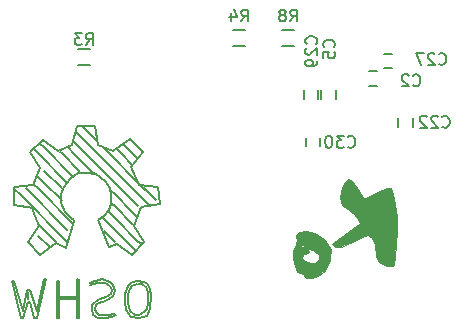
<source format=gbr>
G04 #@! TF.FileFunction,Legend,Bot*
%FSLAX46Y46*%
G04 Gerber Fmt 4.6, Leading zero omitted, Abs format (unit mm)*
G04 Created by KiCad (PCBNEW 4.0.4-stable) date 05/18/17 09:07:34*
%MOMM*%
%LPD*%
G01*
G04 APERTURE LIST*
%ADD10C,0.100000*%
%ADD11C,0.150000*%
%ADD12C,0.010000*%
G04 APERTURE END LIST*
D10*
D11*
X75099620Y-53000480D02*
X81000040Y-58900900D01*
X80700320Y-57600420D02*
X80199940Y-57100040D01*
X76100380Y-56000220D02*
X76400100Y-56299940D01*
X78099360Y-58999960D02*
X77901240Y-58799300D01*
X79100120Y-54001240D02*
X78899460Y-53800580D01*
X79600500Y-54499080D02*
X79999280Y-54900400D01*
X78599740Y-54499080D02*
X78300020Y-54199360D01*
X77598980Y-54499080D02*
X77101140Y-54001240D01*
X75600000Y-52500100D02*
X75399340Y-52299440D01*
X75099620Y-53000480D02*
X74799900Y-52700760D01*
X75099620Y-54001240D02*
X74599240Y-53500860D01*
X73601020Y-54499080D02*
X73499420Y-54400020D01*
X74599240Y-54499080D02*
X74200460Y-54100300D01*
X72099880Y-54001240D02*
X71800160Y-53698980D01*
X71599500Y-54499080D02*
X71299780Y-54199360D01*
X79600500Y-59500340D02*
X79900220Y-59800060D01*
X78099360Y-57999200D02*
X77799640Y-57699480D01*
X80199940Y-61999700D02*
X80400600Y-62200360D01*
X78099360Y-60000720D02*
X77598980Y-59500340D01*
X79600500Y-62500080D02*
X79801160Y-62700740D01*
X77598980Y-60501100D02*
X77101140Y-60000720D01*
X77598980Y-61499320D02*
X77200200Y-61100540D01*
X72099880Y-57000980D02*
X71599500Y-56500600D01*
X71599500Y-57498820D02*
X71299780Y-57199100D01*
X72099880Y-60998940D02*
X71701100Y-60600160D01*
X70100900Y-57999200D02*
X69699580Y-57600420D01*
X71599500Y-61499320D02*
X72600260Y-62500080D01*
X72099880Y-60998940D02*
X73100640Y-61999700D01*
X70100900Y-57999200D02*
X74098860Y-61999700D01*
X70598740Y-57498820D02*
X74098860Y-60998940D01*
X71599500Y-57498820D02*
X74599240Y-60501100D01*
X77598980Y-61499320D02*
X78099360Y-61999700D01*
X77598980Y-60501100D02*
X79600500Y-62500080D01*
X78099360Y-60000720D02*
X80100880Y-61999700D01*
X78099360Y-58999960D02*
X79600500Y-60501100D01*
X78099360Y-57999200D02*
X79600500Y-59500340D01*
X75600000Y-52500100D02*
X76600760Y-53500860D01*
X79100120Y-54001240D02*
X79600500Y-54499080D01*
X78599740Y-54499080D02*
X79600500Y-55499840D01*
X80601260Y-57498820D02*
X81599480Y-58499580D01*
X77598980Y-54499080D02*
X80100880Y-57000980D01*
X75099620Y-54001240D02*
X80100880Y-58999960D01*
X72099880Y-57000980D02*
X73601020Y-58499580D01*
X72099880Y-56000220D02*
X73601020Y-57498820D01*
X74599240Y-54499080D02*
X76100380Y-56000220D01*
X71599500Y-54499080D02*
X74098860Y-57000980D01*
X72099880Y-54001240D02*
X74599240Y-56500600D01*
X73601020Y-54499080D02*
X75099620Y-56000220D01*
X70799400Y-66299920D02*
X70799400Y-66899360D01*
X72300540Y-65200100D02*
X71500440Y-68499560D01*
X71500440Y-68499560D02*
X71299780Y-68499560D01*
X71299780Y-68499560D02*
X70901000Y-67100020D01*
X70901000Y-67100020D02*
X70799400Y-67100020D01*
X70799400Y-67100020D02*
X70299020Y-68499560D01*
X70299020Y-68499560D02*
X70199960Y-68499560D01*
X70199960Y-68499560D02*
X69399860Y-65299160D01*
X69399860Y-65299160D02*
X69600520Y-65299160D01*
X69600520Y-65299160D02*
X70299020Y-67900120D01*
X70299020Y-67900120D02*
X70700340Y-66099260D01*
X70700340Y-66099260D02*
X70901000Y-66099260D01*
X70901000Y-66099260D02*
X71500440Y-67900120D01*
X71500440Y-67900120D02*
X72099880Y-65200100D01*
X72099880Y-65200100D02*
X72300540Y-65200100D01*
X75000560Y-66701240D02*
X73499420Y-66701240D01*
X73499420Y-66701240D02*
X73499420Y-66899360D01*
X73499420Y-66899360D02*
X74898960Y-66899360D01*
X73400360Y-65299160D02*
X73400360Y-68499560D01*
X73400360Y-68499560D02*
X73199700Y-68499560D01*
X73199700Y-68499560D02*
X73199700Y-65299160D01*
X73199700Y-65299160D02*
X73400360Y-65299160D01*
X74898960Y-65200100D02*
X75000560Y-65200100D01*
X75099620Y-65200100D02*
X75099620Y-68499560D01*
X75099620Y-68499560D02*
X74898960Y-68499560D01*
X74898960Y-68499560D02*
X74898960Y-65200100D01*
X75998780Y-65499820D02*
X76100380Y-65400760D01*
X76100380Y-65400760D02*
X76499160Y-65299160D01*
X76499160Y-65299160D02*
X76999540Y-65200100D01*
X76999540Y-65200100D02*
X77700580Y-65400760D01*
X77700580Y-65400760D02*
X78000300Y-65700480D01*
X78000300Y-65700480D02*
X78099360Y-66200860D01*
X78099360Y-66200860D02*
X78000300Y-66599640D01*
X78000300Y-66599640D02*
X77598980Y-66899360D01*
X77598980Y-66899360D02*
X77101140Y-67100020D01*
X77101140Y-67100020D02*
X76699820Y-67199080D01*
X76699820Y-67199080D02*
X76499160Y-67399740D01*
X76499160Y-67399740D02*
X76400100Y-67699460D01*
X76400100Y-67699460D02*
X76499160Y-67999180D01*
X76499160Y-67999180D02*
X76798880Y-68199840D01*
X76798880Y-68199840D02*
X77200200Y-68199840D01*
X77200200Y-68199840D02*
X77700580Y-68199840D01*
X77700580Y-68199840D02*
X78000300Y-68100780D01*
X78000300Y-68100780D02*
X78200960Y-68199840D01*
X78200960Y-68199840D02*
X77901240Y-68400500D01*
X77901240Y-68400500D02*
X77299260Y-68499560D01*
X77299260Y-68499560D02*
X76699820Y-68499560D01*
X76699820Y-68499560D02*
X76301040Y-68199840D01*
X76301040Y-68199840D02*
X76199440Y-67699460D01*
X76199440Y-67699460D02*
X76199440Y-67399740D01*
X76199440Y-67399740D02*
X76400100Y-67100020D01*
X76400100Y-67100020D02*
X76900480Y-66899360D01*
X76900480Y-66899360D02*
X77400860Y-66701240D01*
X77400860Y-66701240D02*
X77799640Y-66398980D01*
X77799640Y-66398980D02*
X77901240Y-66099260D01*
X77901240Y-66099260D02*
X77700580Y-65799540D01*
X77700580Y-65799540D02*
X77299260Y-65499820D01*
X77299260Y-65499820D02*
X76699820Y-65499820D01*
X76699820Y-65499820D02*
X76301040Y-65598880D01*
X76301040Y-65598880D02*
X75998780Y-65700480D01*
X80100880Y-65598880D02*
X80400600Y-65598880D01*
X80400600Y-65598880D02*
X80799380Y-65901140D01*
X80799380Y-65901140D02*
X80900980Y-66398980D01*
X80900980Y-66398980D02*
X80900980Y-67199080D01*
X80900980Y-67199080D02*
X80799380Y-67699460D01*
X80799380Y-67699460D02*
X80601260Y-67999180D01*
X80601260Y-67999180D02*
X80199940Y-68199840D01*
X80199940Y-68199840D02*
X79801160Y-68199840D01*
X79801160Y-68199840D02*
X79399840Y-67900120D01*
X79399840Y-67900120D02*
X79199180Y-67199080D01*
X79199180Y-67199080D02*
X79199180Y-66398980D01*
X79199180Y-66398980D02*
X79399840Y-66000200D01*
X79399840Y-66000200D02*
X79600500Y-65799540D01*
X79600500Y-65799540D02*
X79999280Y-65598880D01*
X80100880Y-65299160D02*
X80499660Y-65400760D01*
X80499660Y-65400760D02*
X80799380Y-65499820D01*
X80799380Y-65499820D02*
X81099100Y-66000200D01*
X81099100Y-66000200D02*
X81200700Y-66599640D01*
X81200700Y-66599640D02*
X81099100Y-67699460D01*
X81099100Y-67699460D02*
X80799380Y-68298900D01*
X80799380Y-68298900D02*
X80199940Y-68499560D01*
X80199940Y-68499560D02*
X79498900Y-68400500D01*
X79498900Y-68400500D02*
X79100120Y-67801060D01*
X79100120Y-67801060D02*
X79001060Y-67100020D01*
X79001060Y-67100020D02*
X79001060Y-66398980D01*
X79001060Y-66398980D02*
X79199180Y-65799540D01*
X79199180Y-65799540D02*
X79600500Y-65400760D01*
X79600500Y-65400760D02*
X80100880Y-65299160D01*
X76699820Y-60201380D02*
X77200200Y-59800060D01*
X77200200Y-59800060D02*
X77598980Y-59299680D01*
X77598980Y-59299680D02*
X77799640Y-58799300D01*
X77799640Y-58799300D02*
X77799640Y-58100800D01*
X77799640Y-58100800D02*
X77698040Y-57501360D01*
X77698040Y-57501360D02*
X77299260Y-56899380D01*
X77299260Y-56899380D02*
X76499160Y-56299940D01*
X76499160Y-56299940D02*
X75699060Y-56200880D01*
X75699060Y-56200880D02*
X74998020Y-56200880D01*
X74998020Y-56200880D02*
X74299520Y-56701260D01*
X74299520Y-56701260D02*
X73799140Y-57399760D01*
X73799140Y-57399760D02*
X73598480Y-57999200D01*
X73598480Y-57999200D02*
X73598480Y-58700240D01*
X73598480Y-58700240D02*
X73898200Y-59500340D01*
X73898200Y-59500340D02*
X74398580Y-60000720D01*
X74398580Y-60000720D02*
X74698300Y-60201380D01*
X74698300Y-60300440D02*
X73949000Y-62550880D01*
X73949000Y-62550880D02*
X73098100Y-62101300D01*
X73098100Y-62101300D02*
X71800160Y-63099520D01*
X71800160Y-63099520D02*
X70799400Y-61999700D01*
X70799400Y-61999700D02*
X71698560Y-60699220D01*
X71698560Y-60699220D02*
X71198180Y-59401280D01*
X71198180Y-59401280D02*
X71198180Y-59200620D01*
X71198180Y-59200620D02*
X69597980Y-58900900D01*
X69597980Y-58900900D02*
X69597980Y-57399760D01*
X69597980Y-57399760D02*
X71198180Y-57201640D01*
X71198180Y-57201640D02*
X71800160Y-55799560D01*
X71800160Y-55799560D02*
X70898460Y-54400020D01*
X70898460Y-54400020D02*
X71998280Y-53399260D01*
X71998280Y-53399260D02*
X73298760Y-54300960D01*
X73298760Y-54300960D02*
X74500180Y-53800580D01*
X74500180Y-53800580D02*
X74898960Y-52200380D01*
X74898960Y-52200380D02*
X76400100Y-52200380D01*
X76400100Y-52200380D02*
X76699820Y-53800580D01*
X76699820Y-53800580D02*
X78000300Y-54300960D01*
X78000300Y-54300960D02*
X79399840Y-53300200D01*
X79399840Y-53300200D02*
X80499660Y-54400020D01*
X80499660Y-54400020D02*
X79498900Y-55700500D01*
X79498900Y-55700500D02*
X80199940Y-57201640D01*
X80199940Y-57201640D02*
X81800140Y-57399760D01*
X81800140Y-57399760D02*
X81899200Y-58799300D01*
X81899200Y-58799300D02*
X80299000Y-59101560D01*
X80299000Y-59101560D02*
X79699560Y-60699220D01*
X79699560Y-60699220D02*
X80598720Y-61999700D01*
X80598720Y-61999700D02*
X79597960Y-63099520D01*
X79597960Y-63099520D02*
X78300020Y-62200360D01*
X78300020Y-62200360D02*
X77598980Y-62500080D01*
X77598980Y-62500080D02*
X76699820Y-60201380D01*
X100300000Y-47600000D02*
X99600000Y-47600000D01*
X99600000Y-48800000D02*
X100300000Y-48800000D01*
X95600000Y-49200000D02*
X95600000Y-49900000D01*
X96800000Y-49900000D02*
X96800000Y-49200000D01*
X103330000Y-52260000D02*
X103330000Y-51560000D01*
X102130000Y-51560000D02*
X102130000Y-52260000D01*
X101600000Y-46100000D02*
X100900000Y-46100000D01*
X100900000Y-47300000D02*
X101600000Y-47300000D01*
X94100000Y-49200000D02*
X94100000Y-49900000D01*
X95300000Y-49900000D02*
X95300000Y-49200000D01*
X95500000Y-53900000D02*
X95500000Y-53200000D01*
X94300000Y-53200000D02*
X94300000Y-53900000D01*
X76000000Y-45725000D02*
X75000000Y-45725000D01*
X75000000Y-47075000D02*
X76000000Y-47075000D01*
X88150000Y-45475000D02*
X89150000Y-45475000D01*
X89150000Y-44125000D02*
X88150000Y-44125000D01*
X92300000Y-45475000D02*
X93300000Y-45475000D01*
X93300000Y-44125000D02*
X92300000Y-44125000D01*
D12*
G36*
X93697663Y-61155046D02*
X93450335Y-61513436D01*
X93510643Y-61882322D01*
X93494354Y-62333207D01*
X93368812Y-62475345D01*
X93196907Y-62838247D01*
X93199781Y-63447410D01*
X93338871Y-64088112D01*
X93575613Y-64545629D01*
X93758141Y-64643158D01*
X94091153Y-64780230D01*
X94124211Y-64877106D01*
X94324996Y-65102255D01*
X94797330Y-65104720D01*
X95346184Y-64923056D01*
X95776530Y-64595822D01*
X95814717Y-64542895D01*
X96300980Y-63559577D01*
X95443782Y-63559577D01*
X95099652Y-63787214D01*
X94746409Y-63791970D01*
X94178165Y-63617567D01*
X93922023Y-63373158D01*
X94036815Y-63089326D01*
X94251394Y-63038948D01*
X94541104Y-62906583D01*
X94508778Y-62744904D01*
X94504872Y-62592154D01*
X94894051Y-62754311D01*
X95381918Y-63168399D01*
X95443782Y-63559577D01*
X96300980Y-63559577D01*
X96344828Y-63470908D01*
X96384330Y-62593354D01*
X96242134Y-62370527D01*
X94124211Y-62370527D01*
X93990527Y-62504211D01*
X93856842Y-62370527D01*
X93990527Y-62236842D01*
X94124211Y-62370527D01*
X96242134Y-62370527D01*
X95924328Y-61872515D01*
X95053765Y-61316014D01*
X94265789Y-61076889D01*
X93697663Y-61155046D01*
X93697663Y-61155046D01*
G37*
X93697663Y-61155046D02*
X93450335Y-61513436D01*
X93510643Y-61882322D01*
X93494354Y-62333207D01*
X93368812Y-62475345D01*
X93196907Y-62838247D01*
X93199781Y-63447410D01*
X93338871Y-64088112D01*
X93575613Y-64545629D01*
X93758141Y-64643158D01*
X94091153Y-64780230D01*
X94124211Y-64877106D01*
X94324996Y-65102255D01*
X94797330Y-65104720D01*
X95346184Y-64923056D01*
X95776530Y-64595822D01*
X95814717Y-64542895D01*
X96300980Y-63559577D01*
X95443782Y-63559577D01*
X95099652Y-63787214D01*
X94746409Y-63791970D01*
X94178165Y-63617567D01*
X93922023Y-63373158D01*
X94036815Y-63089326D01*
X94251394Y-63038948D01*
X94541104Y-62906583D01*
X94508778Y-62744904D01*
X94504872Y-62592154D01*
X94894051Y-62754311D01*
X95381918Y-63168399D01*
X95443782Y-63559577D01*
X96300980Y-63559577D01*
X96344828Y-63470908D01*
X96384330Y-62593354D01*
X96242134Y-62370527D01*
X94124211Y-62370527D01*
X93990527Y-62504211D01*
X93856842Y-62370527D01*
X93990527Y-62236842D01*
X94124211Y-62370527D01*
X96242134Y-62370527D01*
X95924328Y-61872515D01*
X95053765Y-61316014D01*
X94265789Y-61076889D01*
X93697663Y-61155046D01*
G36*
X97598121Y-56976425D02*
X97372171Y-57431708D01*
X97141377Y-58294606D01*
X97361283Y-58913577D01*
X97970889Y-59330695D01*
X98391348Y-59642972D01*
X98719085Y-60073396D01*
X98860853Y-60457959D01*
X98723407Y-60632656D01*
X98711285Y-60632958D01*
X98413499Y-60791880D01*
X97896817Y-61185104D01*
X97758940Y-61301379D01*
X97201934Y-61733922D01*
X96805356Y-61959954D01*
X96756309Y-61969474D01*
X96536841Y-62174125D01*
X96530527Y-62236842D01*
X96734861Y-62476386D01*
X97267121Y-62443520D01*
X98006194Y-62156188D01*
X98341726Y-61968474D01*
X99005094Y-61618607D01*
X99517976Y-61440474D01*
X99580542Y-61434737D01*
X99927844Y-61678768D01*
X100175002Y-62321877D01*
X100270034Y-63208290D01*
X100513656Y-63718037D01*
X101145694Y-64039717D01*
X101638975Y-64104770D01*
X101740413Y-63862761D01*
X101851861Y-63224077D01*
X101949554Y-62325713D01*
X101951401Y-62303684D01*
X101998678Y-61132022D01*
X101965042Y-59924001D01*
X101863634Y-58821651D01*
X101707601Y-57967003D01*
X101510086Y-57502085D01*
X101506715Y-57498644D01*
X101173224Y-57493856D01*
X100566079Y-57715875D01*
X100265181Y-57868108D01*
X99224320Y-58438244D01*
X98688545Y-57530175D01*
X98236510Y-56860569D01*
X97902221Y-56678169D01*
X97598121Y-56976425D01*
X97598121Y-56976425D01*
G37*
X97598121Y-56976425D02*
X97372171Y-57431708D01*
X97141377Y-58294606D01*
X97361283Y-58913577D01*
X97970889Y-59330695D01*
X98391348Y-59642972D01*
X98719085Y-60073396D01*
X98860853Y-60457959D01*
X98723407Y-60632656D01*
X98711285Y-60632958D01*
X98413499Y-60791880D01*
X97896817Y-61185104D01*
X97758940Y-61301379D01*
X97201934Y-61733922D01*
X96805356Y-61959954D01*
X96756309Y-61969474D01*
X96536841Y-62174125D01*
X96530527Y-62236842D01*
X96734861Y-62476386D01*
X97267121Y-62443520D01*
X98006194Y-62156188D01*
X98341726Y-61968474D01*
X99005094Y-61618607D01*
X99517976Y-61440474D01*
X99580542Y-61434737D01*
X99927844Y-61678768D01*
X100175002Y-62321877D01*
X100270034Y-63208290D01*
X100513656Y-63718037D01*
X101145694Y-64039717D01*
X101638975Y-64104770D01*
X101740413Y-63862761D01*
X101851861Y-63224077D01*
X101949554Y-62325713D01*
X101951401Y-62303684D01*
X101998678Y-61132022D01*
X101965042Y-59924001D01*
X101863634Y-58821651D01*
X101707601Y-57967003D01*
X101510086Y-57502085D01*
X101506715Y-57498644D01*
X101173224Y-57493856D01*
X100566079Y-57715875D01*
X100265181Y-57868108D01*
X99224320Y-58438244D01*
X98688545Y-57530175D01*
X98236510Y-56860569D01*
X97902221Y-56678169D01*
X97598121Y-56976425D01*
D11*
X103366666Y-48757143D02*
X103414285Y-48804762D01*
X103557142Y-48852381D01*
X103652380Y-48852381D01*
X103795238Y-48804762D01*
X103890476Y-48709524D01*
X103938095Y-48614286D01*
X103985714Y-48423810D01*
X103985714Y-48280952D01*
X103938095Y-48090476D01*
X103890476Y-47995238D01*
X103795238Y-47900000D01*
X103652380Y-47852381D01*
X103557142Y-47852381D01*
X103414285Y-47900000D01*
X103366666Y-47947619D01*
X102985714Y-47947619D02*
X102938095Y-47900000D01*
X102842857Y-47852381D01*
X102604761Y-47852381D01*
X102509523Y-47900000D01*
X102461904Y-47947619D01*
X102414285Y-48042857D01*
X102414285Y-48138095D01*
X102461904Y-48280952D01*
X103033333Y-48852381D01*
X102414285Y-48852381D01*
X96657143Y-45533334D02*
X96704762Y-45485715D01*
X96752381Y-45342858D01*
X96752381Y-45247620D01*
X96704762Y-45104762D01*
X96609524Y-45009524D01*
X96514286Y-44961905D01*
X96323810Y-44914286D01*
X96180952Y-44914286D01*
X95990476Y-44961905D01*
X95895238Y-45009524D01*
X95800000Y-45104762D01*
X95752381Y-45247620D01*
X95752381Y-45342858D01*
X95800000Y-45485715D01*
X95847619Y-45533334D01*
X95752381Y-46438096D02*
X95752381Y-45961905D01*
X96228571Y-45914286D01*
X96180952Y-45961905D01*
X96133333Y-46057143D01*
X96133333Y-46295239D01*
X96180952Y-46390477D01*
X96228571Y-46438096D01*
X96323810Y-46485715D01*
X96561905Y-46485715D01*
X96657143Y-46438096D01*
X96704762Y-46390477D01*
X96752381Y-46295239D01*
X96752381Y-46057143D01*
X96704762Y-45961905D01*
X96657143Y-45914286D01*
X105842857Y-52267143D02*
X105890476Y-52314762D01*
X106033333Y-52362381D01*
X106128571Y-52362381D01*
X106271429Y-52314762D01*
X106366667Y-52219524D01*
X106414286Y-52124286D01*
X106461905Y-51933810D01*
X106461905Y-51790952D01*
X106414286Y-51600476D01*
X106366667Y-51505238D01*
X106271429Y-51410000D01*
X106128571Y-51362381D01*
X106033333Y-51362381D01*
X105890476Y-51410000D01*
X105842857Y-51457619D01*
X105461905Y-51457619D02*
X105414286Y-51410000D01*
X105319048Y-51362381D01*
X105080952Y-51362381D01*
X104985714Y-51410000D01*
X104938095Y-51457619D01*
X104890476Y-51552857D01*
X104890476Y-51648095D01*
X104938095Y-51790952D01*
X105509524Y-52362381D01*
X104890476Y-52362381D01*
X104509524Y-51457619D02*
X104461905Y-51410000D01*
X104366667Y-51362381D01*
X104128571Y-51362381D01*
X104033333Y-51410000D01*
X103985714Y-51457619D01*
X103938095Y-51552857D01*
X103938095Y-51648095D01*
X103985714Y-51790952D01*
X104557143Y-52362381D01*
X103938095Y-52362381D01*
X105542857Y-46957143D02*
X105590476Y-47004762D01*
X105733333Y-47052381D01*
X105828571Y-47052381D01*
X105971429Y-47004762D01*
X106066667Y-46909524D01*
X106114286Y-46814286D01*
X106161905Y-46623810D01*
X106161905Y-46480952D01*
X106114286Y-46290476D01*
X106066667Y-46195238D01*
X105971429Y-46100000D01*
X105828571Y-46052381D01*
X105733333Y-46052381D01*
X105590476Y-46100000D01*
X105542857Y-46147619D01*
X105161905Y-46147619D02*
X105114286Y-46100000D01*
X105019048Y-46052381D01*
X104780952Y-46052381D01*
X104685714Y-46100000D01*
X104638095Y-46147619D01*
X104590476Y-46242857D01*
X104590476Y-46338095D01*
X104638095Y-46480952D01*
X105209524Y-47052381D01*
X104590476Y-47052381D01*
X104257143Y-46052381D02*
X103590476Y-46052381D01*
X104019048Y-47052381D01*
X95157143Y-45257143D02*
X95204762Y-45209524D01*
X95252381Y-45066667D01*
X95252381Y-44971429D01*
X95204762Y-44828571D01*
X95109524Y-44733333D01*
X95014286Y-44685714D01*
X94823810Y-44638095D01*
X94680952Y-44638095D01*
X94490476Y-44685714D01*
X94395238Y-44733333D01*
X94300000Y-44828571D01*
X94252381Y-44971429D01*
X94252381Y-45066667D01*
X94300000Y-45209524D01*
X94347619Y-45257143D01*
X94347619Y-45638095D02*
X94300000Y-45685714D01*
X94252381Y-45780952D01*
X94252381Y-46019048D01*
X94300000Y-46114286D01*
X94347619Y-46161905D01*
X94442857Y-46209524D01*
X94538095Y-46209524D01*
X94680952Y-46161905D01*
X95252381Y-45590476D01*
X95252381Y-46209524D01*
X95252381Y-46685714D02*
X95252381Y-46876190D01*
X95204762Y-46971429D01*
X95157143Y-47019048D01*
X95014286Y-47114286D01*
X94823810Y-47161905D01*
X94442857Y-47161905D01*
X94347619Y-47114286D01*
X94300000Y-47066667D01*
X94252381Y-46971429D01*
X94252381Y-46780952D01*
X94300000Y-46685714D01*
X94347619Y-46638095D01*
X94442857Y-46590476D01*
X94680952Y-46590476D01*
X94776190Y-46638095D01*
X94823810Y-46685714D01*
X94871429Y-46780952D01*
X94871429Y-46971429D01*
X94823810Y-47066667D01*
X94776190Y-47114286D01*
X94680952Y-47161905D01*
X97842857Y-53957143D02*
X97890476Y-54004762D01*
X98033333Y-54052381D01*
X98128571Y-54052381D01*
X98271429Y-54004762D01*
X98366667Y-53909524D01*
X98414286Y-53814286D01*
X98461905Y-53623810D01*
X98461905Y-53480952D01*
X98414286Y-53290476D01*
X98366667Y-53195238D01*
X98271429Y-53100000D01*
X98128571Y-53052381D01*
X98033333Y-53052381D01*
X97890476Y-53100000D01*
X97842857Y-53147619D01*
X97509524Y-53052381D02*
X96890476Y-53052381D01*
X97223810Y-53433333D01*
X97080952Y-53433333D01*
X96985714Y-53480952D01*
X96938095Y-53528571D01*
X96890476Y-53623810D01*
X96890476Y-53861905D01*
X96938095Y-53957143D01*
X96985714Y-54004762D01*
X97080952Y-54052381D01*
X97366667Y-54052381D01*
X97461905Y-54004762D01*
X97509524Y-53957143D01*
X96271429Y-53052381D02*
X96176190Y-53052381D01*
X96080952Y-53100000D01*
X96033333Y-53147619D01*
X95985714Y-53242857D01*
X95938095Y-53433333D01*
X95938095Y-53671429D01*
X95985714Y-53861905D01*
X96033333Y-53957143D01*
X96080952Y-54004762D01*
X96176190Y-54052381D01*
X96271429Y-54052381D01*
X96366667Y-54004762D01*
X96414286Y-53957143D01*
X96461905Y-53861905D01*
X96509524Y-53671429D01*
X96509524Y-53433333D01*
X96461905Y-53242857D01*
X96414286Y-53147619D01*
X96366667Y-53100000D01*
X96271429Y-53052381D01*
X75666666Y-45352381D02*
X76000000Y-44876190D01*
X76238095Y-45352381D02*
X76238095Y-44352381D01*
X75857142Y-44352381D01*
X75761904Y-44400000D01*
X75714285Y-44447619D01*
X75666666Y-44542857D01*
X75666666Y-44685714D01*
X75714285Y-44780952D01*
X75761904Y-44828571D01*
X75857142Y-44876190D01*
X76238095Y-44876190D01*
X75333333Y-44352381D02*
X74714285Y-44352381D01*
X75047619Y-44733333D01*
X74904761Y-44733333D01*
X74809523Y-44780952D01*
X74761904Y-44828571D01*
X74714285Y-44923810D01*
X74714285Y-45161905D01*
X74761904Y-45257143D01*
X74809523Y-45304762D01*
X74904761Y-45352381D01*
X75190476Y-45352381D01*
X75285714Y-45304762D01*
X75333333Y-45257143D01*
X88816666Y-43352381D02*
X89150000Y-42876190D01*
X89388095Y-43352381D02*
X89388095Y-42352381D01*
X89007142Y-42352381D01*
X88911904Y-42400000D01*
X88864285Y-42447619D01*
X88816666Y-42542857D01*
X88816666Y-42685714D01*
X88864285Y-42780952D01*
X88911904Y-42828571D01*
X89007142Y-42876190D01*
X89388095Y-42876190D01*
X87959523Y-42685714D02*
X87959523Y-43352381D01*
X88197619Y-42304762D02*
X88435714Y-43019048D01*
X87816666Y-43019048D01*
X92966666Y-43352381D02*
X93300000Y-42876190D01*
X93538095Y-43352381D02*
X93538095Y-42352381D01*
X93157142Y-42352381D01*
X93061904Y-42400000D01*
X93014285Y-42447619D01*
X92966666Y-42542857D01*
X92966666Y-42685714D01*
X93014285Y-42780952D01*
X93061904Y-42828571D01*
X93157142Y-42876190D01*
X93538095Y-42876190D01*
X92395238Y-42780952D02*
X92490476Y-42733333D01*
X92538095Y-42685714D01*
X92585714Y-42590476D01*
X92585714Y-42542857D01*
X92538095Y-42447619D01*
X92490476Y-42400000D01*
X92395238Y-42352381D01*
X92204761Y-42352381D01*
X92109523Y-42400000D01*
X92061904Y-42447619D01*
X92014285Y-42542857D01*
X92014285Y-42590476D01*
X92061904Y-42685714D01*
X92109523Y-42733333D01*
X92204761Y-42780952D01*
X92395238Y-42780952D01*
X92490476Y-42828571D01*
X92538095Y-42876190D01*
X92585714Y-42971429D01*
X92585714Y-43161905D01*
X92538095Y-43257143D01*
X92490476Y-43304762D01*
X92395238Y-43352381D01*
X92204761Y-43352381D01*
X92109523Y-43304762D01*
X92061904Y-43257143D01*
X92014285Y-43161905D01*
X92014285Y-42971429D01*
X92061904Y-42876190D01*
X92109523Y-42828571D01*
X92204761Y-42780952D01*
M02*

</source>
